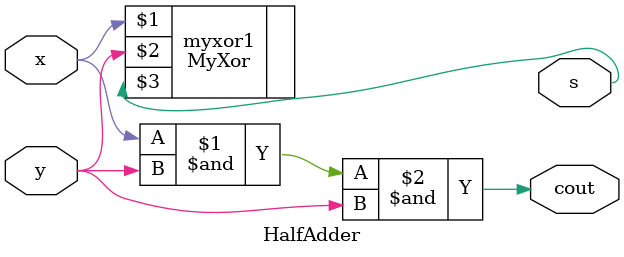
<source format=v>
module HalfAdder(x, y, s, cout);
	input x, y;
	output s, cout;
	wire n1, n2, n3;
	
	MyXor myxor1(x, y, s);
	
	nand nand4(n3, x, y, y);
	nand nand5(cout, n3, n3, n3);
	
endmodule
</source>
